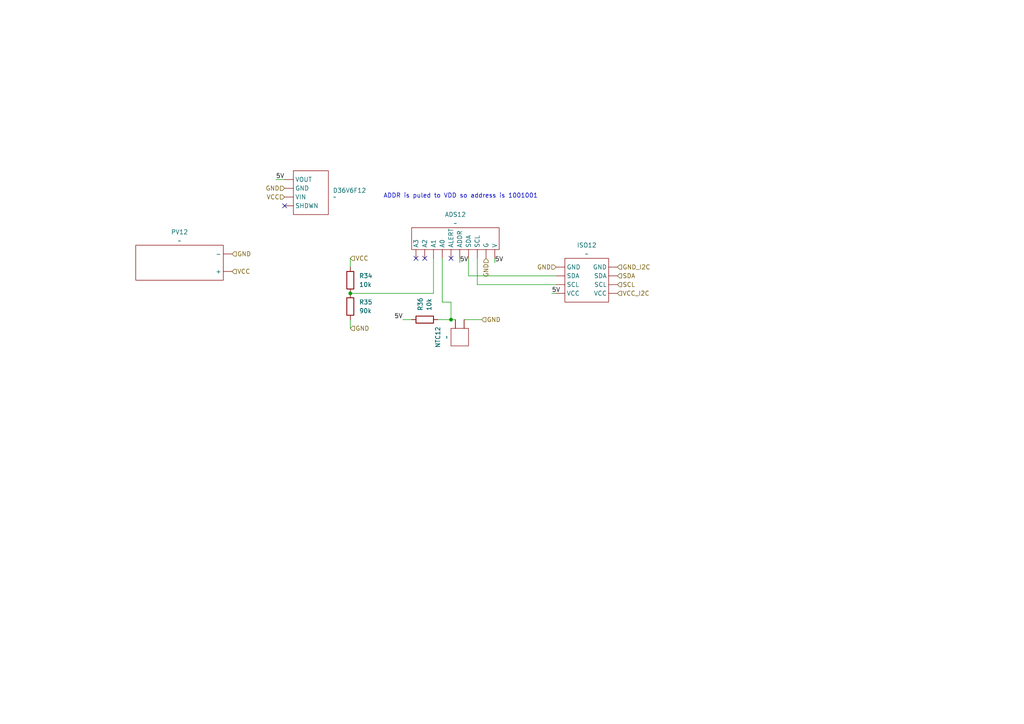
<source format=kicad_sch>
(kicad_sch (version 20231120) (generator "eeschema") (generator_version "8.0")
  (paper "A4")
  (lib_symbols
    (symbol "Device:R" (pin_numbers hide) (pin_names (offset 0))
      (property "Reference" "R" (at 2.032 0 90))
      (property "Value" "R" (at 0 0 90))
      (symbol "R_0_1"
        (rectangle (start -1.016 -2.54) (end 1.016 2.54) (stroke (width 0.254)))
      )
      (symbol "R_1_1"
        (pin passive line (at 0 3.81 270) (length 1.27) (name "~") (number "1"))
        (pin passive line (at 0 -3.81 90) (length 1.27) (name "~") (number "2"))
      )
    )
    (symbol "New_Library_0:ADC"
      (property "Reference" "ADS1115" (at 0 4.826 0))
      (symbol "ADC_0_1"
        (rectangle (start -12.7 3.81) (end 12.7 -2.54))
      )
      (symbol "ADC_1_1"
        (pin input line (at -3.81 -5.08 90) (length 2.54) (name "A0") (number ""))
        (pin input line (at -6.35 -5.08 90) (length 2.54) (name "A1") (number ""))
        (pin input line (at -8.89 -5.08 90) (length 2.54) (name "A2") (number ""))
        (pin input line (at -11.43 -5.08 90) (length 2.54) (name "A3") (number ""))
        (pin input line (at 1.27 -5.08 90) (length 2.54) (name "ADDR") (number ""))
        (pin input line (at -1.27 -5.08 90) (length 2.54) (name "ALERT") (number ""))
        (pin input line (at 8.89 -5.08 90) (length 2.54) (name "G") (number ""))
        (pin input line (at 6.35 -5.08 90) (length 2.54) (name "SCL") (number ""))
        (pin input line (at 3.81 -5.08 90) (length 2.54) (name "SDA") (number ""))
        (pin input line (at 11.43 -5.08 90) (length 2.54) (name "V") (number ""))
      )
    )
    (symbol "New_Library_0:Bidirectional I2C Isolator"
      (property "Reference" "ISO1540" (at 0.254 8.382 0))
      (symbol "Bidirectional I2C Isolator_0_1"
        (rectangle (start -6.35 6.35) (end 6.35 -6.35))
      )
      (symbol "Bidirectional I2C Isolator_1_1"
        (pin input line (at -8.89 3.81 0) (length 2.54) (name "GND") (number ""))
        (pin output line (at 8.89 3.81 180) (length 2.54) (name "GND") (number ""))
        (pin input line (at -8.89 -1.27 0) (length 2.54) (name "SCL") (number ""))
        (pin output line (at 8.89 -1.27 180) (length 2.54) (name "SCL") (number ""))
        (pin input line (at -8.89 1.27 0) (length 2.54) (name "SDA") (number ""))
        (pin output line (at 8.89 1.27 180) (length 2.54) (name "SDA") (number ""))
        (pin input line (at -8.89 -3.81 0) (length 2.54) (name "VCC") (number ""))
        (pin output line (at 8.89 -3.81 180) (length 2.54) (name "VCC") (number ""))
      )
    )
    (symbol "New_Library_0:PanelFoto"
      (property "Reference" "PV" (at 0 6.096 0))
      (symbol "PanelFoto_0_1"
        (rectangle (start -12.7 5.08) (end 12.7 -5.08))
      )
      (symbol "PanelFoto_1_1"
        (pin output line (at 15.24 -2.54 180) (length 2.54) (name "+") (number ""))
        (pin output line (at 15.24 2.54 180) (length 2.54) (name "-") (number ""))
      )
    )
    (symbol "New_Library_0:StepDown"
      (property "Reference" "D36V6F5" (at 0 7.62 0))
      (symbol "StepDown_0_1"
        (rectangle (start -5.08 6.35) (end 5.08 -6.35))
      )
      (symbol "StepDown_1_1"
        (pin input line (at 7.62 -1.27 180) (length 2.54) (name "GND") (number ""))
        (pin input line (at 7.62 3.81 180) (length 2.54) (name "SHDWN") (number ""))
        (pin input line (at 7.62 1.27 180) (length 2.54) (name "VIN") (number ""))
        (pin input line (at 7.62 -3.81 180) (length 2.54) (name "VOUT") (number ""))
      )
    )
    (symbol "New_Library_0:Temperature_Sensor"
      (property "Reference" "NTC" (at 0 4.064 0))
      (symbol "Temperature_Sensor_1_1"
        (rectangle (start -2.54 2.54) (end 2.54 -2.54))
        (pin output line (at -1.27 -5.08 90) (length 2.54) (name "") (number ""))
        (pin output line (at 1.27 -5.08 90) (length 2.54) (name "") (number ""))
      )
    )
  )
  (junction (at 101.6 85.09))
  (junction (at 130.81 92.71))
  (no_connect (at 82.55 59.69))
  (no_connect (at 123.19 74.93))
  (no_connect (at 120.65 74.93))
  (no_connect (at 130.81 74.93))
  (wire (pts (xy 160.02 85.09) (xy 161.29 85.09)))
  (wire (pts (xy 138.43 74.93) (xy 138.43 82.55)))
  (wire (pts (xy 80.01 52.07) (xy 82.55 52.07)))
  (wire (pts (xy 101.6 74.93) (xy 101.6 77.47)))
  (wire (pts (xy 138.43 82.55) (xy 161.29 82.55)))
  (wire (pts (xy 128.27 87.63) (xy 130.81 87.63)))
  (wire (pts (xy 127 92.71) (xy 130.81 92.71)))
  (wire (pts (xy 135.89 74.93) (xy 135.89 80.01)))
  (wire (pts (xy 116.84 92.71) (xy 119.38 92.71)))
  (wire (pts (xy 161.29 80.01) (xy 135.89 80.01)))
  (wire (pts (xy 133.35 74.93) (xy 133.35 76.2)))
  (wire (pts (xy 125.73 74.93) (xy 125.73 85.09)))
  (wire (pts (xy 101.6 85.09) (xy 125.73 85.09)))
  (wire (pts (xy 101.6 92.71) (xy 101.6 95.25)))
  (wire (pts (xy 130.81 87.63) (xy 130.81 92.71)))
  (wire (pts (xy 128.27 74.93) (xy 128.27 87.63)))
  (wire (pts (xy 143.51 76.2) (xy 143.51 74.93)))
  (wire (pts (xy 134.62 92.71) (xy 139.7 92.71)))
  (wire (pts (xy 130.81 92.71) (xy 132.08 92.71)))
  (text "ADDR is puled to VDD so address is 1001001" (at 133.604 56.896 0) (effects (font (size 1.27 1.27))))
  (label "5V" (at 116.84 92.71 180))
  (label "5V" (at 160.02 85.09 0))
  (label "5V" (at 133.35 76.2 0))
  (label "5V" (at 80.01 52.07 0))
  (label "5V" (at 143.51 76.2 0))
  (hierarchical_label "GND" (shape input) (at 82.55 54.61 180))
  (hierarchical_label "GND" (shape input) (at 140.97 74.93 270))
  (hierarchical_label "SCL" (shape input) (at 179.07 82.55 0))
  (hierarchical_label "VCC_I2C" (shape input) (at 179.07 85.09 0))
  (hierarchical_label "GND" (shape input) (at 139.7 92.71 0))
  (hierarchical_label "VCC" (shape input) (at 82.55 57.15 180))
  (hierarchical_label "SDA" (shape input) (at 179.07 80.01 0))
  (hierarchical_label "VCC" (shape input) (at 67.31 78.74 0))
  (hierarchical_label "GND_I2C" (shape input) (at 179.07 77.47 0))
  (hierarchical_label "GND" (shape input) (at 101.6 95.25 0))
  (hierarchical_label "VCC" (shape input) (at 101.6 74.93 0))
  (hierarchical_label "GND" (shape input) (at 161.29 77.47 180))
  (hierarchical_label "GND" (shape input) (at 67.31 73.66 0))
  (symbol (lib_id "New_Library_0:PanelFoto") (at 52.07 76.2 0) (unit 1)
    (property "Reference" "PV12" (at 52.07 67.31 0))
    (property "Value" "~" (at 52.07 69.85 0))
    (instances (project "main" (path "" (reference "PV12") (unit 1)) (path "" (reference "PV9") (unit 1)) (path "" (reference "PV13") (unit 1)) (path "" (reference "PV11") (unit 1)) (path "" (reference "PV10") (unit 1)) (path "" (reference "PV16") (unit 1)) (path "" (reference "PV14") (unit 1)) (path "" (reference "PV15") (unit 1))))
  )
  (symbol (lib_id "New_Library_0:Bidirectional I2C Isolator") (at 170.18 81.28 0) (unit 1)
    (property "Reference" "ISO12" (at 170.18 71.12 0))
    (property "Value" "~" (at 170.18 73.66 0))
    (instances (project "main" (path "" (reference "ISO12") (unit 1)) (path "" (reference "ISO9") (unit 1)) (path "" (reference "ISO13") (unit 1)) (path "" (reference "ISO11") (unit 1)) (path "" (reference "ISO10") (unit 1)) (path "" (reference "ISO16") (unit 1)) (path "" (reference "ISO14") (unit 1)) (path "" (reference "ISO15") (unit 1))))
  )
  (symbol (lib_id "New_Library_0:Temperature_Sensor") (at 133.35 97.79 180) (unit 1)
    (property "Reference" "NTC12" (at 127 97.79 90))
    (property "Value" "~" (at 129.54 97.79 90))
    (instances (project "main" (path "" (reference "NTC12") (unit 1)) (path "" (reference "NTC9") (unit 1)) (path "" (reference "NTC13") (unit 1)) (path "" (reference "NTC11") (unit 1)) (path "" (reference "NTC10") (unit 1)) (path "" (reference "NTC16") (unit 1)) (path "" (reference "NTC14") (unit 1)) (path "" (reference "NTC15") (unit 1))))
  )
  (symbol (lib_id "New_Library_0:ADC") (at 132.08 69.85 0) (unit 1)
    (property "Reference" "ADS12" (at 132.08 62.23 0))
    (property "Value" "~" (at 132.08 64.77 0))
    (instances (project "main" (path "" (reference "ADS12") (unit 1)) (path "" (reference "ADS9") (unit 1)) (path "" (reference "ADS13") (unit 1)) (path "" (reference "ADS11") (unit 1)) (path "" (reference "ADS10") (unit 1)) (path "" (reference "ADS16") (unit 1)) (path "" (reference "ADS14") (unit 1)) (path "" (reference "ADS15") (unit 1))))
  )
  (symbol (lib_id "Device:R") (at 101.6 88.9 0) (unit 1)
    (property "Reference" "R35" (at 104.14 87.6299 0) (effects (justify left)))
    (property "Value" "90k" (at 104.14 90.1699 0) (effects (justify left)))
    (property "Description" "Resistor" (effects (hide yes)))
    (instances (project "main" (path "" (reference "R35") (unit 1)) (path "" (reference "R26") (unit 1)) (path "" (reference "R38") (unit 1)) (path "" (reference "R32") (unit 1)) (path "" (reference "R29") (unit 1)) (path "" (reference "R47") (unit 1)) (path "" (reference "R41") (unit 1)) (path "" (reference "R44") (unit 1))))
  )
  (symbol (lib_id "Device:R") (at 123.19 92.71 270) (unit 1)
    (property "Reference" "R36" (at 121.9199 90.17 0) (effects (justify right)))
    (property "Value" "10k" (at 124.4599 90.17 0) (effects (justify right)))
    (property "Description" "Resistor" (effects (hide yes)))
    (instances (project "main" (path "" (reference "R36") (unit 1)) (path "" (reference "R27") (unit 1)) (path "" (reference "R39") (unit 1)) (path "" (reference "R33") (unit 1)) (path "" (reference "R30") (unit 1)) (path "" (reference "R48") (unit 1)) (path "" (reference "R42") (unit 1)) (path "" (reference "R45") (unit 1))))
  )
  (symbol (lib_id "Device:R") (at 101.6 81.28 0) (unit 1)
    (property "Reference" "R34" (at 104.14 80.0099 0) (effects (justify left)))
    (property "Value" "10k" (at 104.14 82.5499 0) (effects (justify left)))
    (property "Description" "Resistor" (effects (hide yes)))
    (instances (project "main" (path "" (reference "R34") (unit 1)) (path "" (reference "R25") (unit 1)) (path "" (reference "R37") (unit 1)) (path "" (reference "R31") (unit 1)) (path "" (reference "R28") (unit 1)) (path "" (reference "R46") (unit 1)) (path "" (reference "R40") (unit 1)) (path "" (reference "R43") (unit 1))))
  )
  (symbol (lib_id "New_Library_0:StepDown") (at 90.17 55.88 180) (unit 1)
    (property "Reference" "D36V6F12" (at 96.52 55.2449 0) (effects (justify right)))
    (property "Value" "~" (at 96.52 57.15 0) (effects (justify right)))
    (instances (project "main" (path "" (reference "D36V6F12") (unit 1)) (path "" (reference "D36V6F9") (unit 1)) (path "" (reference "D36V6F13") (unit 1)) (path "" (reference "D36V6F11") (unit 1)) (path "" (reference "D36V6F10") (unit 1)) (path "" (reference "D36V6F16") (unit 1)) (path "" (reference "D36V6F14") (unit 1)) (path "" (reference "D36V6F15") (unit 1))))
  )
)
</source>
